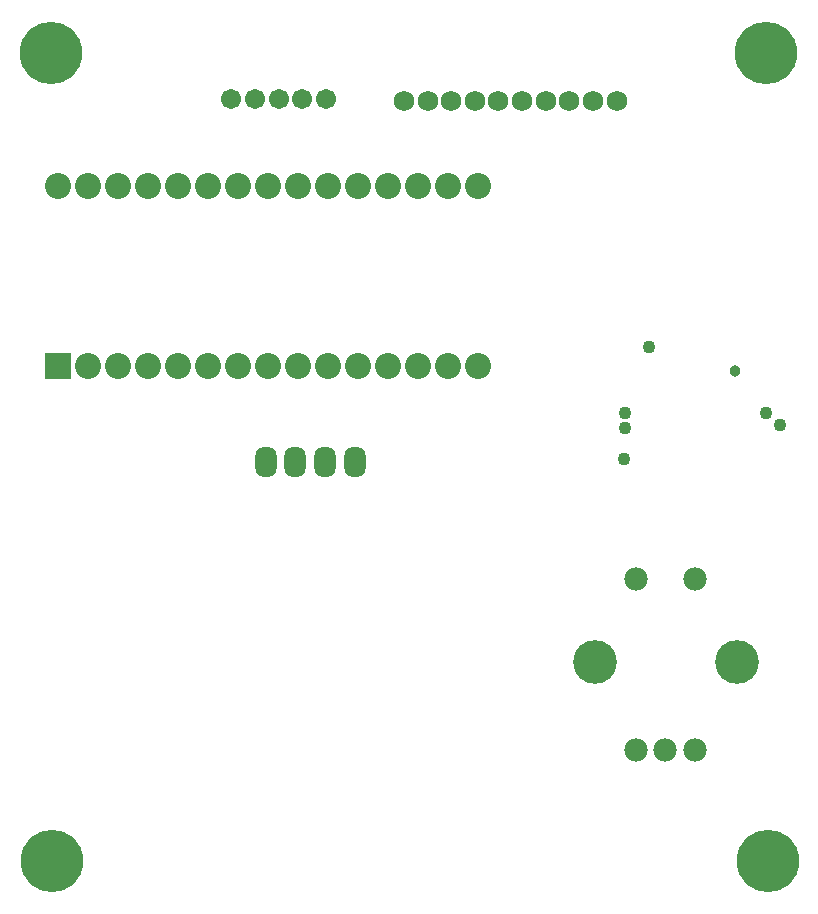
<source format=gbs>
G04*
G04 #@! TF.GenerationSoftware,Altium Limited,CircuitMaker,2.2.1 (2.2.1.6)*
G04*
G04 Layer_Color=8150272*
%FSLAX25Y25*%
%MOIN*%
G70*
G04*
G04 #@! TF.SameCoordinates,14122C10-9453-4DBA-84BC-A3BC323669C7*
G04*
G04*
G04 #@! TF.FilePolarity,Negative*
G04*
G01*
G75*
%ADD15R,0.08674X0.08674*%
%ADD16C,0.08674*%
%ADD17C,0.20800*%
%ADD18C,0.06800*%
%ADD19C,0.14579*%
%ADD20C,0.07800*%
G04:AMPARAMS|DCode=21|XSize=70.99mil|YSize=102.49mil|CornerRadius=29.2mil|HoleSize=0mil|Usage=FLASHONLY|Rotation=0.000|XOffset=0mil|YOffset=0mil|HoleType=Round|Shape=RoundedRectangle|*
%AMROUNDEDRECTD21*
21,1,0.07099,0.04410,0,0,0.0*
21,1,0.01260,0.10249,0,0,0.0*
1,1,0.05839,0.00630,-0.02205*
1,1,0.05839,-0.00630,-0.02205*
1,1,0.05839,-0.00630,0.02205*
1,1,0.05839,0.00630,0.02205*
%
%ADD21ROUNDEDRECTD21*%
%ADD22C,0.06706*%
%ADD23C,0.04300*%
%ADD24C,0.03800*%
D15*
X23100Y185000D02*
D03*
D16*
X33100D02*
D03*
X43100D02*
D03*
X53100D02*
D03*
X63100D02*
D03*
X73100D02*
D03*
X83100D02*
D03*
X93100D02*
D03*
X103100D02*
D03*
X113100D02*
D03*
X123100D02*
D03*
X133100D02*
D03*
X143100D02*
D03*
X153100D02*
D03*
X163100D02*
D03*
X23100Y245000D02*
D03*
X33100D02*
D03*
X43100D02*
D03*
X53100D02*
D03*
X63100D02*
D03*
X73100D02*
D03*
X83100D02*
D03*
X93100D02*
D03*
X103100D02*
D03*
X113100D02*
D03*
X123100D02*
D03*
X133100D02*
D03*
X143100D02*
D03*
X153100D02*
D03*
X163100D02*
D03*
D17*
X20500Y289500D02*
D03*
X259000D02*
D03*
X259500Y20000D02*
D03*
X21000D02*
D03*
D18*
X146114Y273362D02*
D03*
X138240D02*
D03*
X177610D02*
D03*
X169736D02*
D03*
X153988D02*
D03*
X161862D02*
D03*
X193358D02*
D03*
X185484D02*
D03*
X201232D02*
D03*
X209106D02*
D03*
D19*
X201842Y86441D02*
D03*
X249342D02*
D03*
D20*
X215500Y114000D02*
D03*
X235185D02*
D03*
X215500Y56913D02*
D03*
X225342D02*
D03*
X235185D02*
D03*
D21*
X92118Y153000D02*
D03*
X102079D02*
D03*
X112039D02*
D03*
X122000D02*
D03*
D22*
X112248Y274000D02*
D03*
X104374D02*
D03*
X96500D02*
D03*
X88626D02*
D03*
X80752D02*
D03*
D23*
X211500Y154000D02*
D03*
X263500Y165500D02*
D03*
X212000Y169500D02*
D03*
Y164500D02*
D03*
X220000Y191500D02*
D03*
X259000Y169500D02*
D03*
D24*
X248500Y183500D02*
D03*
M02*

</source>
